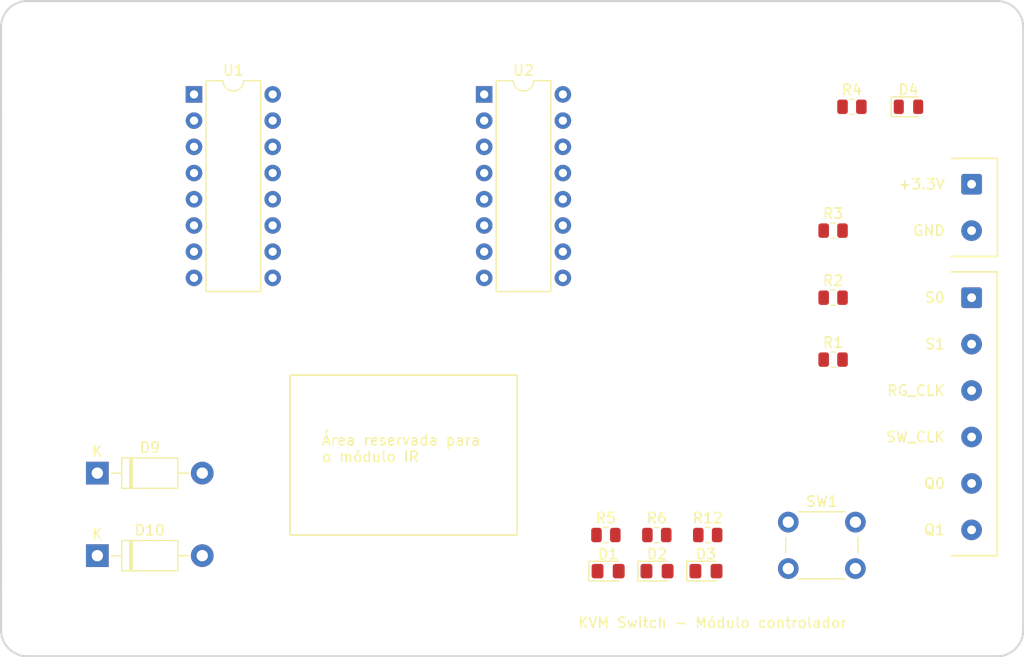
<source format=kicad_pcb>
(kicad_pcb (version 20221018) (generator pcbnew)
  (layers (0 "F.Cu" signal) (31 "B.Cu" signal) (34 "B.Paste" user) (35 "F.Paste" user) (36 "B.SilkS" user "B.Silkscreen") (37 "F.SilkS" user "F.Silkscreen") (38 "B.Mask" user) (39 "F.Mask" user) (44 "Edge.Cuts" user))
  (net 0 "")
  (net 1 "GND")
  (net 2 "Net-(D1-A)")
  (net 3 "Net-(D2-A)")
  (net 4 "Net-(D3-A)")
  (net 5 "Net-(D4-A)")
  (net 6 "/Control Sheet/LED2_ON")
  (net 7 "/Control Sheet/SI0")
  (net 8 "/Control Sheet/LED3_ON")
  (net 9 "/Control Sheet/SI1")
  (net 10 "+3.3V")
  (net 11 "/Control Sheet/REG_CLK")
  (net 12 "/Control Sheet/SO0")
  (net 13 "/Control Sheet/SO1")
  (net 14 "/Control Sheet/S0")
  (net 15 "/Control Sheet/S1")
  (net 16 "/Control Sheet/CLOCK")
  (net 17 "/Control Sheet/LED1_ON")
  (net 19 "/Control Sheet/Q0")
  (net 22 "/Control Sheet/RESET")
  (net 27 "/Control Sheet/~{CLK_EN}")
  (footprint "Resistor_SMD:R_0805_2012Metric" (layer "F.Cu") (at 157.5875 95.5)
    (fp_text reference "R3" (at 0 -1.65) (layer "F.SilkS"))
    (fp_text value "10k")
    (fp_line (start -0.227064 -0.735) (end 0.227064 -0.735) (stroke (width 0.12)) (layer "F.SilkS"))
    (fp_line (start -0.227064 0.735) (end 0.227064 0.735) (stroke (width 0.12)) (layer "F.SilkS"))
    (pad "1" smd roundrect (at -0.9125 0) (size 1.025 1.4) (layers "F.Cu" "F.Paste" "F.Mask") (roundrect_rratio 0.243902) (net 16 "/Control Sheet/CLOCK"))
    (pad "2" smd roundrect (at 0.9125 0) (size 1.025 1.4) (layers "F.Cu" "F.Paste" "F.Mask") (roundrect_rratio 0.243902) (net 1 "GND"))
  )
  (footprint "Button_Switch_THT:SW_PUSH_6mm" (layer "F.Cu") (at 153.25 123.75)
    (fp_text reference "SW1" (at 3.25 -2) (layer "F.SilkS"))
    (fp_text value "SW_DIP_x01")
    (fp_line (start -0.25 1.5) (end -0.25 3) (stroke (width 0.12)) (layer "F.SilkS"))
    (fp_line (start 1 5.5) (end 5.5 5.5) (stroke (width 0.12)) (layer "F.SilkS"))
    (fp_line (start 5.5 -1) (end 1 -1) (stroke (width 0.12)) (layer "F.SilkS"))
    (fp_line (start 6.75 3) (end 6.75 1.5) (stroke (width 0.12)) (layer "F.SilkS"))
    (pad "1" thru_hole circle (at 0 0 90) (size 2 2) (drill 1.1) (layers "*.Cu" "*.Mask") (net 10 "+3.3V"))
    (pad "1" thru_hole circle (at 6.5 0 90) (size 2 2) (drill 1.1) (layers "*.Cu" "*.Mask") (net 10 "+3.3V"))
    (pad "2" thru_hole circle (at 0 4.5 90) (size 2 2) (drill 1.1) (layers "*.Cu" "*.Mask") (net 11 "/Control Sheet/REG_CLK"))
    (pad "2" thru_hole circle (at 6.5 4.5 90) (size 2 2) (drill 1.1) (layers "*.Cu" "*.Mask") (net 11 "/Control Sheet/REG_CLK"))
  )
  (footprint "Connector_Wire:SolderWire-0.25sqmm_1x06_P4.5mm_D0.65mm_OD2mm" (layer "F.Cu") (at 171 102 -90)
    (fp_text reference "J2" hide)
    (fp_text value "Conn_01x06_Socket" hide)
    (pad "1" thru_hole roundrect locked (at 0 0 270) (size 2 2) (drill 0.85) (layers "*.Cu" "*.Mask") (roundrect_rratio 0.125) (net 7 "/Control Sheet/SI0"))
    (pad "2" thru_hole circle locked (at 4.5 0 270) (size 2 2) (drill 0.85) (layers "*.Cu" "*.Mask") (net 9 "/Control Sheet/SI1"))
    (pad "3" thru_hole circle locked (at 9 0 270) (size 2 2) (drill 0.85) (layers "*.Cu" "*.Mask") (net 11 "/Control Sheet/REG_CLK"))
    (pad "4" thru_hole circle locked (at 13.5 0 270) (size 2 2) (drill 0.85) (layers "*.Cu" "*.Mask") (net 11 "/Control Sheet/REG_CLK"))
    (pad "5" thru_hole circle locked (at 18 0 270) (size 2 2) (drill 0.85) (layers "*.Cu" "*.Mask") (net 12 "/Control Sheet/SO0"))
    (pad "6" thru_hole circle locked (at 22.5 0 270) (size 2 2) (drill 0.85) (layers "*.Cu" "*.Mask") (net 13 "/Control Sheet/SO1"))
  )
  (footprint "Resistor_SMD:R_0805_2012Metric" (layer "F.Cu") (at 145.4475 125)
    (fp_text reference "R12" (at 0 -1.65) (layer "F.SilkS"))
    (fp_text value "R75")
    (fp_line (start -0.227064 -0.735) (end 0.227064 -0.735) (stroke (width 0.12)) (layer "F.SilkS"))
    (fp_line (start -0.227064 0.735) (end 0.227064 0.735) (stroke (width 0.12)) (layer "F.SilkS"))
    (pad "1" smd roundrect (at -0.9125 0) (size 1.025 1.4) (layers "F.Cu" "F.Paste" "F.Mask") (roundrect_rratio 0.243902) (net 8 "/Control Sheet/LED3_ON"))
    (pad "2" smd roundrect (at 0.9125 0) (size 1.025 1.4) (layers "F.Cu" "F.Paste" "F.Mask") (roundrect_rratio 0.243902) (net 4 "Net-(D3-A)"))
  )
  (footprint "Resistor_SMD:R_0805_2012Metric" (layer "F.Cu") (at 157.5875 108)
    (fp_text reference "R1" (at 0 -1.65) (layer "F.SilkS"))
    (fp_text value "10k")
    (fp_line (start -0.227064 -0.735) (end 0.227064 -0.735) (stroke (width 0.12)) (layer "F.SilkS"))
    (fp_line (start -0.227064 0.735) (end 0.227064 0.735) (stroke (width 0.12)) (layer "F.SilkS"))
    (pad "1" smd roundrect (at -0.9125 0) (size 1.025 1.4) (layers "F.Cu" "F.Paste" "F.Mask") (roundrect_rratio 0.243902) (net 14 "/Control Sheet/S0"))
    (pad "2" smd roundrect (at 0.9125 0) (size 1.025 1.4) (layers "F.Cu" "F.Paste" "F.Mask") (roundrect_rratio 0.243902) (net 1 "GND"))
  )
  (footprint "Resistor_SMD:R_0805_2012Metric" (layer "F.Cu") (at 159.4125 83.5)
    (fp_text reference "R4" (at 0 -1.65) (layer "F.SilkS"))
    (fp_text value "75R")
    (fp_line (start -0.227064 -0.735) (end 0.227064 -0.735) (stroke (width 0.12)) (layer "F.SilkS"))
    (fp_line (start -0.227064 0.735) (end 0.227064 0.735) (stroke (width 0.12)) (layer "F.SilkS"))
    (pad "1" smd roundrect (at -0.9125 0) (size 1.025 1.4) (layers "F.Cu" "F.Paste" "F.Mask") (roundrect_rratio 0.243902) (net 10 "+3.3V"))
    (pad "2" smd roundrect (at 0.9125 0) (size 1.025 1.4) (layers "F.Cu" "F.Paste" "F.Mask") (roundrect_rratio 0.243902) (net 5 "Net-(D4-A)"))
  )
  (footprint "LED_SMD:LED_0805_2012Metric" (layer "F.Cu") (at 164.8875 83.5)
    (fp_text reference "D4" (at 0 -1.65) (layer "F.SilkS"))
    (fp_text value "LED")
    (fp_line (start -1.685 -0.96) (end -1.685 0.96) (stroke (width 0.12)) (layer "F.SilkS"))
    (fp_line (start -1.685 0.96) (end 1 0.96) (stroke (width 0.12)) (layer "F.SilkS"))
    (fp_line (start 1 -0.96) (end -1.685 -0.96) (stroke (width 0.12)) (layer "F.SilkS"))
    (pad "1" smd roundrect (at -0.9375 0) (size 0.975 1.4) (layers "F.Cu" "F.Paste" "F.Mask") (net 1 "GND"))
    (pad "2" smd roundrect (at 0.9375 0) (size 0.975 1.4) (layers "F.Cu" "F.Paste" "F.Mask") (net 5 "Net-(D4-A)"))
  )
  (footprint "Diode_THT:D_DO-41_SOD81_P10.16mm_Horizontal" (layer "F.Cu") (at 86.34 119)
    (fp_text reference "D9" (at 5.08 -2.47) (layer "F.SilkS"))
    (fp_text value "1N4001")
    (fp_text user "K" (at 0 -2.1) (layer "F.SilkS"))
    (fp_line (start 1.34 0) (end 2.36 0) (stroke (width 0.12)) (layer "F.SilkS"))
    (fp_line (start 2.36 -1.47) (end 2.36 1.47) (stroke (width 0.12)) (layer "F.SilkS"))
    (fp_line (start 2.36 1.47) (end 7.8 1.47) (stroke (width 0.12)) (layer "F.SilkS"))
    (fp_line (start 3.14 -1.47) (end 3.14 1.47) (stroke (width 0.12)) (layer "F.SilkS"))
    (fp_line (start 3.26 -1.47) (end 3.26 1.47) (stroke (width 0.12)) (layer "F.SilkS"))
    (fp_line (start 3.38 -1.47) (end 3.38 1.47) (stroke (width 0.12)) (layer "F.SilkS"))
    (fp_line (start 7.8 -1.47) (end 2.36 -1.47) (stroke (width 0.12)) (layer "F.SilkS"))
    (fp_line (start 7.8 1.47) (end 7.8 -1.47) (stroke (width 0.12)) (layer "F.SilkS"))
    (fp_line (start 8.82 0) (end 7.8 0) (stroke (width 0.12)) (layer "F.SilkS"))
    (pad "1" thru_hole rect (at 0 0) (size 2.2 2.2) (drill 1.1) (layers "*.Cu" "*.Mask") (net 6 "/Control Sheet/LED2_ON"))
    (pad "2" thru_hole oval (at 10.16 0) (size 2.2 2.2) (drill 1.1) (layers "*.Cu" "*.Mask") (net 7 "/Control Sheet/SI0"))
  )
  (footprint "LED_SMD:LED_0805_2012Metric_Pad1.15x1.40mm_HandSolder" (layer "F.Cu") (at 140.54 128.5)
    (fp_text reference "D2" (at 0 -1.65) (layer "F.SilkS"))
    (fp_text value "LED2")
    (fp_line (start -1.86 -0.96) (end -1.86 0.96) (stroke (width 0.12)) (layer "F.SilkS"))
    (fp_line (start -1.86 0.96) (end 1 0.96) (stroke (width 0.12)) (layer "F.SilkS"))
    (fp_line (start 1 -0.96) (end -1.86 -0.96) (stroke (width 0.12)) (layer "F.SilkS"))
    (pad "1" smd roundrect (at -1.025 0) (size 1.15 1.4) (layers "F.Cu" "F.Paste" "F.Mask") (roundrect_rratio 0.217391) (net 1 "GND"))
    (pad "2" smd roundrect (at 1.025 0) (size 1.15 1.4) (layers "F.Cu" "F.Paste" "F.Mask") (roundrect_rratio 0.217391) (net 3 "Net-(D2-A)"))
  )
  (footprint "LED_SMD:LED_0805_2012Metric_Pad1.15x1.40mm_HandSolder" (layer "F.Cu") (at 145.2775 128.5)
    (fp_text reference "D3" (at 0 -1.65) (layer "F.SilkS"))
    (fp_text value "LED3")
    (fp_line (start -1.86 -0.96) (end -1.86 0.96) (stroke (width 0.12)) (layer "F.SilkS"))
    (fp_line (start -1.86 0.96) (end 1 0.96) (stroke (width 0.12)) (layer "F.SilkS"))
    (fp_line (start 1 -0.96) (end -1.86 -0.96) (stroke (width 0.12)) (layer "F.SilkS"))
    (pad "1" smd roundrect (at -1.025 0) (size 1.15 1.4) (layers "F.Cu" "F.Paste" "F.Mask") (roundrect_rratio 0.217391) (net 1 "GND"))
    (pad "2" smd roundrect (at 1.025 0) (size 1.15 1.4) (layers "F.Cu" "F.Paste" "F.Mask") (roundrect_rratio 0.217391) (net 4 "Net-(D3-A)"))
  )
  (footprint "Package_DIP:DIP-16_W7.62mm" (layer "F.Cu") (at 123.8 82.3)
    (fp_text reference "U2" (at 3.81 -2.33) (layer "F.SilkS"))
    (fp_text value "74LS195")
    (fp_line (start 1.16 -1.33) (end 1.16 19.11) (stroke (width 0.12)) (layer "F.SilkS"))
    (fp_line (start 1.16 19.11) (end 6.46 19.11) (stroke (width 0.12)) (layer "F.SilkS"))
    (fp_line (start 2.81 -1.33) (end 1.16 -1.33) (stroke (width 0.12)) (layer "F.SilkS"))
    (fp_line (start 6.46 -1.33) (end 4.81 -1.33) (stroke (width 0.12)) (layer "F.SilkS"))
    (fp_line (start 6.46 19.11) (end 6.46 -1.33) (stroke (width 0.12)) (layer "F.SilkS"))
    (fp_arc (start 4.81 -1.33) (mid 3.81 -0.33) (end 2.81 -1.33) (stroke (width 0.12)) (layer "F.SilkS"))
    (pad "1" thru_hole rect (at 0 0) (size 1.6 1.6) (drill 0.8) (layers "*.Cu" "*.Mask"))
    (pad "2" thru_hole oval (at 0 2.54) (size 1.6 1.6) (drill 0.8) (layers "*.Cu" "*.Mask"))
    (pad "3" thru_hole oval (at 0 5.08) (size 1.6 1.6) (drill 0.8) (layers "*.Cu" "*.Mask"))
    (pad "4" thru_hole oval (at 0 7.62) (size 1.6 1.6) (drill 0.8) (layers "*.Cu" "*.Mask") (net 6 "/Control Sheet/LED2_ON"))
    (pad "5" thru_hole oval (at 0 10.16) (size 1.6 1.6) (drill 0.8) (layers "*.Cu" "*.Mask") (net 8 "/Control Sheet/LED3_ON"))
    (pad "6" thru_hole oval (at 0 12.7) (size 1.6 1.6) (drill 0.8) (layers "*.Cu" "*.Mask"))
    (pad "7" thru_hole oval (at 0 15.24) (size 1.6 1.6) (drill 0.8) (layers "*.Cu" "*.Mask"))
    (pad "8" thru_hole oval (at 0 17.78) (size 1.6 1.6) (drill 0.8) (layers "*.Cu" "*.Mask") (net 1 "GND"))
    (pad "9" thru_hole oval (at 7.62 17.78) (size 1.6 1.6) (drill 0.8) (layers "*.Cu" "*.Mask"))
    (pad "10" thru_hole oval (at 7.62 15.24) (size 1.6 1.6) (drill 0.8) (layers "*.Cu" "*.Mask") (net 11 "/Control Sheet/REG_CLK"))
    (pad "11" thru_hole oval (at 7.62 12.7) (size 1.6 1.6) (drill 0.8) (layers "*.Cu" "*.Mask"))
    (pad "12" thru_hole oval (at 7.62 10.16) (size 1.6 1.6) (drill 0.8) (layers "*.Cu" "*.Mask"))
    (pad "13" thru_hole oval (at 7.62 7.62) (size 1.6 1.6) (drill 0.8) (layers "*.Cu" "*.Mask"))
    (pad "14" thru_hole oval (at 7.62 5.08) (size 1.6 1.6) (drill 0.8) (layers "*.Cu" "*.Mask") (net 13 "/Control Sheet/SO1"))
    (pad "15" thru_hole oval (at 7.62 2.54) (size 1.6 1.6) (drill 0.8) (layers "*.Cu" "*.Mask") (net 12 "/Control Sheet/SO0"))
    (pad "16" thru_hole oval (at 7.62 0) (size 1.6 1.6) (drill 0.8) (layers "*.Cu" "*.Mask") (net 10 "+3.3V"))
  )
  (footprint "Resistor_SMD:R_0805_2012Metric" (layer "F.Cu") (at 140.5175 125)
    (fp_text reference "R6" (at 0 -1.65) (layer "F.SilkS"))
    (fp_text value "R75")
    (fp_line (start -0.227064 -0.735) (end 0.227064 -0.735) (stroke (width 0.12)) (layer "F.SilkS"))
    (fp_line (start -0.227064 0.735) (end 0.227064 0.735) (stroke (width 0.12)) (layer "F.SilkS"))
    (pad "1" smd roundrect (at -0.9125 0) (size 1.025 1.4) (layers "F.Cu" "F.Paste" "F.Mask") (roundrect_rratio 0.243902) (net 6 "/Control Sheet/LED2_ON"))
    (pad "2" smd roundrect (at 0.9125 0) (size 1.025 1.4) (layers "F.Cu" "F.Paste" "F.Mask") (roundrect_rratio 0.243902) (net 3 "Net-(D2-A)"))
  )
  (footprint "Package_DIP:DIP-16_W7.62mm" (layer "F.Cu") (at 95.7 82.3)
    (fp_text reference "U1" (at 3.81 -2.33) (layer "F.SilkS"))
    (fp_text value "4017")
    (fp_line (start 1.16 -1.33) (end 1.16 19.11) (stroke (width 0.12)) (layer "F.SilkS"))
    (fp_line (start 1.16 19.11) (end 6.46 19.11) (stroke (width 0.12)) (layer "F.SilkS"))
    (fp_line (start 2.81 -1.33) (end 1.16 -1.33) (stroke (width 0.12)) (layer "F.SilkS"))
    (fp_line (start 6.46 -1.33) (end 4.81 -1.33) (stroke (width 0.12)) (layer "F.SilkS"))
    (fp_line (start 6.46 19.11) (end 6.46 -1.33) (stroke (width 0.12)) (layer "F.SilkS"))
    (fp_arc (start 4.81 -1.33) (mid 3.81 -0.33) (end 2.81 -1.33) (stroke (width 0.12)) (layer "F.SilkS"))
    (pad "1" thru_hole rect (at 0 0) (size 1.6 1.6) (drill 0.8) (layers "*.Cu" "*.Mask"))
    (pad "2" thru_hole oval (at 0 2.54) (size 1.6 1.6) (drill 0.8) (layers "*.Cu" "*.Mask") (net 6 "/Control Sheet/LED2_ON"))
    (pad "3" thru_hole oval (at 0 5.08) (size 1.6 1.6) (drill 0.8) (layers "*.Cu" "*.Mask") (net 19 "/Control Sheet/Q0"))
    (pad "4" thru_hole oval (at 0 7.62) (size 1.6 1.6) (drill 0.8) (layers "*.Cu" "*.Mask") (net 8 "/Control Sheet/LED3_ON"))
    (pad "5" thru_hole oval (at 0 10.16) (size 1.6 1.6) (drill 0.8) (layers "*.Cu" "*.Mask"))
    (pad "6" thru_hole oval (at 0 12.7) (size 1.6 1.6) (drill 0.8) (layers "*.Cu" "*.Mask"))
    (pad "7" thru_hole oval (at 0 15.24) (size 1.6 1.6) (drill 0.8) (layers "*.Cu" "*.Mask") (net 22 "/Control Sheet/RESET"))
    (pad "8" thru_hole oval (at 0 17.78) (size 1.6 1.6) (drill 0.8) (layers "*.Cu" "*.Mask") (net 1 "GND"))
    (pad "9" thru_hole oval (at 7.62 17.78) (size 1.6 1.6) (drill 0.8) (layers "*.Cu" "*.Mask"))
    (pad "10" thru_hole oval (at 7.62 15.24) (size 1.6 1.6) (drill 0.8) (layers "*.Cu" "*.Mask"))
    (pad "11" thru_hole oval (at 7.62 12.7) (size 1.6 1.6) (drill 0.8) (layers "*.Cu" "*.Mask"))
    (pad "12" thru_hole oval (at 7.62 10.16) (size 1.6 1.6) (drill 0.8) (layers "*.Cu" "*.Mask"))
    (pad "13" thru_hole oval (at 7.62 7.62) (size 1.6 1.6) (drill 0.8) (layers "*.Cu" "*.Mask") (net 27 "/Control Sheet/~{CLK_EN}"))
    (pad "14" thru_hole oval (at 7.62 5.08) (size 1.6 1.6) (drill 0.8) (layers "*.Cu" "*.Mask") (net 11 "/Control Sheet/REG_CLK"))
    (pad "15" thru_hole oval (at 7.62 2.54) (size 1.6 1.6) (drill 0.8) (layers "*.Cu" "*.Mask") (net 22 "/Control Sheet/RESET"))
    (pad "16" thru_hole oval (at 7.62 0) (size 1.6 1.6) (drill 0.8) (layers "*.Cu" "*.Mask") (net 10 "+3.3V"))
  )
  (footprint "Diode_THT:D_DO-41_SOD81_P10.16mm_Horizontal" (layer "F.Cu") (at 86.34 127)
    (fp_text reference "D10" (at 5.08 -2.47) (layer "F.SilkS"))
    (fp_text value "1N4001")
    (fp_text user "K" (at 0 -2.1) (layer "F.SilkS"))
    (fp_line (start 1.34 0) (end 2.36 0) (stroke (width 0.12)) (layer "F.SilkS"))
    (fp_line (start 2.36 -1.47) (end 2.36 1.47) (stroke (width 0.12)) (layer "F.SilkS"))
    (fp_line (start 2.36 1.47) (end 7.8 1.47) (stroke (width 0.12)) (layer "F.SilkS"))
    (fp_line (start 3.14 -1.47) (end 3.14 1.47) (stroke (width 0.12)) (layer "F.SilkS"))
    (fp_line (start 3.26 -1.47) (end 3.26 1.47) (stroke (width 0.12)) (layer "F.SilkS"))
    (fp_line (start 3.38 -1.47) (end 3.38 1.47) (stroke (width 0.12)) (layer "F.SilkS"))
    (fp_line (start 7.8 -1.47) (end 2.36 -1.47) (stroke (width 0.12)) (layer "F.SilkS"))
    (fp_line (start 7.8 1.47) (end 7.8 -1.47) (stroke (width 0.12)) (layer "F.SilkS"))
    (fp_line (start 8.82 0) (end 7.8 0) (stroke (width 0.12)) (layer "F.SilkS"))
    (pad "1" thru_hole rect (at 0 0) (size 2.2 2.2) (drill 1.1) (layers "*.Cu" "*.Mask") (net 8 "/Control Sheet/LED3_ON"))
    (pad "2" thru_hole oval (at 10.16 0) (size 2.2 2.2) (drill 1.1) (layers "*.Cu" "*.Mask") (net 9 "/Control Sheet/SI1"))
  )
  (footprint "Resistor_SMD:R_0805_2012Metric" (layer "F.Cu") (at 135.5875 125)
    (fp_text reference "R5" (at 0 -1.65) (layer "F.SilkS"))
    (fp_text value "R75")
    (fp_line (start -0.227064 -0.735) (end 0.227064 -0.735) (stroke (width 0.12)) (layer "F.SilkS"))
    (fp_line (start -0.227064 0.735) (end 0.227064 0.735) (stroke (width 0.12)) (layer "F.SilkS"))
    (pad "1" smd roundrect (at -0.9125 0) (size 1.025 1.4) (layers "F.Cu" "F.Paste" "F.Mask") (roundrect_rratio 0.243902) (net 17 "/Control Sheet/LED1_ON"))
    (pad "2" smd roundrect (at 0.9125 0) (size 1.025 1.4) (layers "F.Cu" "F.Paste" "F.Mask") (roundrect_rratio 0.243902) (net 2 "Net-(D1-A)"))
  )
  (footprint "Resistor_SMD:R_0805_2012Metric" (layer "F.Cu") (at 157.5875 102)
    (fp_text reference "R2" (at 0 -1.65) (layer "F.SilkS"))
    (fp_text value "10k")
    (fp_line (start -0.227064 -0.735) (end 0.227064 -0.735) (stroke (width 0.12)) (layer "F.SilkS"))
    (fp_line (start -0.227064 0.735) (end 0.227064 0.735) (stroke (width 0.12)) (layer "F.SilkS"))
    (pad "1" smd roundrect (at -0.9125 0) (size 1.025 1.4) (layers "F.Cu" "F.Paste" "F.Mask") (roundrect_rratio 0.243902) (net 15 "/Control Sheet/S1"))
    (pad "2" smd roundrect (at 0.9125 0) (size 1.025 1.4) (layers "F.Cu" "F.Paste" "F.Mask") (roundrect_rratio 0.243902) (net 1 "GND"))
  )
  (footprint "LED_SMD:LED_0805_2012Metric_Pad1.15x1.40mm_HandSolder" (layer "F.Cu") (at 135.8025 128.5)
    (fp_text reference "D1" (at 0 -1.65) (layer "F.SilkS"))
    (fp_text value "LED1")
    (fp_line (start -1.86 -0.96) (end -1.86 0.96) (stroke (width 0.12)) (layer "F.SilkS"))
    (fp_line (start -1.86 0.96) (end 1 0.96) (stroke (width 0.12)) (layer "F.SilkS"))
    (fp_line (start 1 -0.96) (end -1.86 -0.96) (stroke (width 0.12)) (layer "F.SilkS"))
    (pad "1" smd roundrect (at -1.025 0) (size 1.15 1.4) (layers "F.Cu" "F.Paste" "F.Mask") (roundrect_rratio 0.217391) (net 1 "GND"))
    (pad "2" smd roundrect (at 1.025 0) (size 1.15 1.4) (layers "F.Cu" "F.Paste" "F.Mask") (roundrect_rratio 0.217391) (net 2 "Net-(D1-A)"))
  )
  (footprint "Connector_Wire:SolderWire-0.25sqmm_1x02_P4.5mm_D0.65mm_OD2mm" (layer "F.Cu") (at 171 91 -90)
    (fp_text reference "J1" hide)
    (fp_text value "Conn_01x02_Socket" hide)
    (pad "1" thru_hole roundrect locked (at 0 0 270) (size 2 2) (drill 0.85) (layers "*.Cu" "*.Mask") (roundrect_rratio 0.125) (net 10 "+3.3V"))
    (pad "2" thru_hole circle locked (at 4.5 0 270) (size 2 2) (drill 0.85) (layers "*.Cu" "*.Mask") (net 1 "GND"))
  )
  (gr_line (start 173.4746 99.5) (end 169 99.5) (stroke (width 0.15)) (layer "F.SilkS"))
  (gr_line (start 173.4746 127) (end 169 127) (stroke (width 0.15)) (layer "F.SilkS"))
  (gr_line (start 173.5 98) (end 169.5 98) (stroke (width 0.15)) (layer "F.SilkS"))
  (gr_line (start 169.5 98) (end 169 98) (stroke (width 0.15)) (layer "F.SilkS"))
  (gr_line (start 169 88.5) (end 173.5 88.5) (stroke (width 0.15)) (layer "F.SilkS"))
  (gr_rect (start 173.4746 99.5) (end 173.5 127) (stroke (width 0.15)) (fill none) (layer "F.SilkS"))
  (gr_line (start 173.5 88.5) (end 173.5 98) (stroke (width 0.15)) (layer "F.SilkS"))
  (gr_rect (start 105 109.5) (end 127 125) (stroke (width 0.15)) (fill none) (layer "F.SilkS"))
  (gr_arc (start 77.013416 75.791567) (mid 77.757365 73.995516) (end 79.553416 73.251567) (stroke (width 0.2)) (layer "Edge.Cuts"))
  (gr_line (start 79.553416 73.251567) (end 173.46 73.25) (stroke (width 0.2)) (layer "Edge.Cuts"))
  (gr_line (start 173.46 136.75) (end 79.558485 136.750543) (stroke (width 0.2)) (layer "Edge.Cuts"))
  (gr_line (start 77.018485 134.210543) (end 77.013416 75.791567) (stroke (width 0.2)) (layer "Edge.Cuts"))
  (gr_arc (start 173.46 73.25) (mid 175.256051 73.993949) (end 176 75.79) (stroke (width 0.2)) (layer "Edge.Cuts"))
  (gr_line (start 176 75.79) (end 176 134.21) (stroke (width 0.2)) (layer "Edge.Cuts"))
  (gr_arc (start 79.558485 136.750543) (mid 77.762432 136.006596) (end 77.018485 134.210543) (stroke (width 0.2)) (layer "Edge.Cuts"))
  (gr_arc (start 176 134.21) (mid 175.256051 136.006051) (end 173.46 136.75) (stroke (width 0.2)) (layer "Edge.Cuts"))
  (gr_text "+3.3V" (at 168.5 91) (layer "F.SilkS") (effects (font (size 1 1)) (justify right)))
  (gr_text "Área reservada para\no módulo IR" (at 108 118) (layer "F.SilkS") (effects (font (size 1 1)) (justify left bottom)))
  (gr_text "S1" (at 168.5 106.5) (layer "F.SilkS") (effects (font (size 1 1)) (justify right)))
  (gr_text "RG_CLK" (at 168.5 111) (layer "F.SilkS") (effects (font (size 1 1)) (justify right)))
  (gr_text "Q1" (at 168.5 124.5) (layer "F.SilkS") (effects (font (size 1 1)) (justify right)))
  (gr_text "SW_CLK" (at 168.5 115.5) (layer "F.SilkS") (effects (font (size 1 1)) (justify right)))
  (gr_text "Q0" (at 168.5 120) (layer "F.SilkS") (effects (font (size 1 1)) (justify right)))
  (gr_text "S0" (at 168.5 102) (layer "F.SilkS") (effects (font (size 1 1)) (justify right)))
  (gr_text "KVM Switch - Módulo controlador" (at 159 133.5) (layer "F.SilkS") (effects (font (size 1 1)) (justify right)))
  (gr_text "GND" (at 168.5 95.5) (layer "F.SilkS") (effects (font (size 1 1)) (justify right)))
)
</source>
